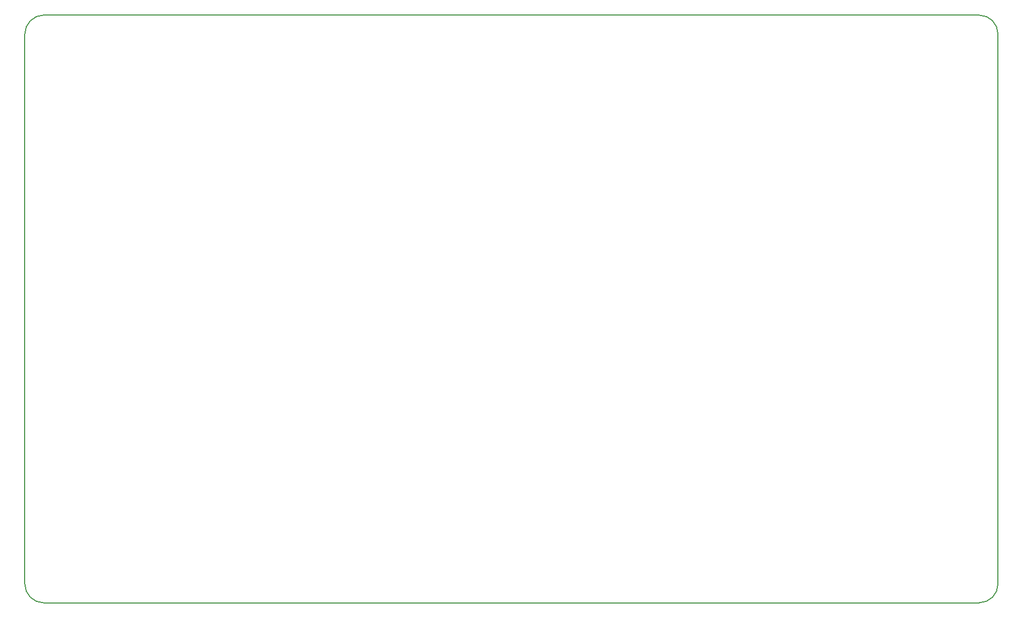
<source format=gbr>
G04 #@! TF.FileFunction,Profile,NP*
%FSLAX46Y46*%
G04 Gerber Fmt 4.6, Leading zero omitted, Abs format (unit mm)*
G04 Created by KiCad (PCBNEW 4.0.1-3.201512221402+6198~38~ubuntu14.04.1-stable) date mar 09 feb 2016 12:07:44 CST*
%MOMM*%
G01*
G04 APERTURE LIST*
%ADD10C,0.100000*%
%ADD11C,0.150000*%
G04 APERTURE END LIST*
D10*
D11*
X229400000Y-53800000D02*
G75*
G03X226400000Y-50800000I-3000000J0D01*
G01*
X226400000Y-143800000D02*
G75*
G03X229400000Y-140800000I0J3000000D01*
G01*
X78400000Y-50800000D02*
G75*
G03X75400000Y-53800000I0J-3000000D01*
G01*
X75400000Y-140800000D02*
G75*
G03X78400000Y-143800000I3000000J0D01*
G01*
X75400000Y-53800000D02*
X75400000Y-140800000D01*
X226400000Y-50800000D02*
X78400000Y-50800000D01*
X229400000Y-140800000D02*
X229400000Y-53800000D01*
X78400000Y-143800000D02*
X226400000Y-143800000D01*
M02*

</source>
